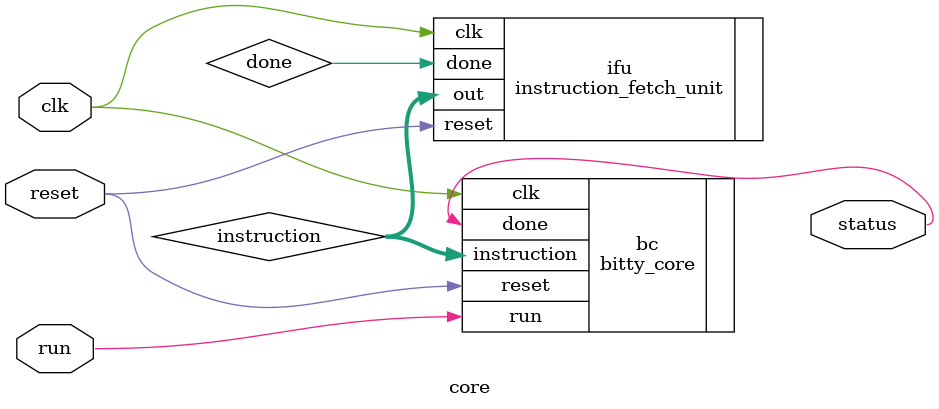
<source format=v>
module core(
  input clk,
  input reset,
  input run,
  output reg status
);
  reg [15:0] instruction;

  instruction_fetch_unit ifu(.clk(clk), .reset(reset), .done(done), .out(instruction));

  bitty_core bc(.clk(clk), .reset(reset), .run(run), .instruction(instruction), .done(status));

endmodule

</source>
